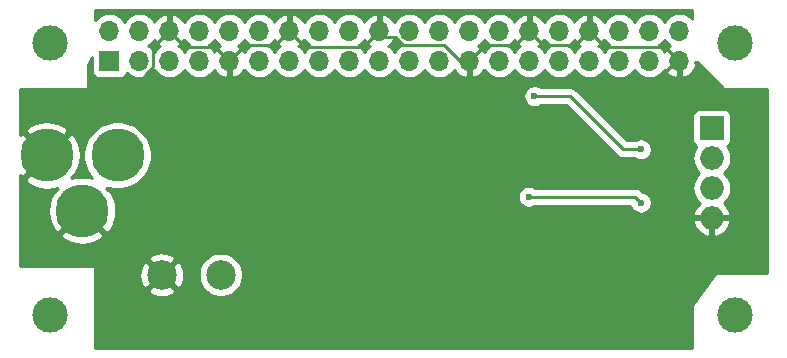
<source format=gbr>
G04 #@! TF.GenerationSoftware,KiCad,Pcbnew,(5.1.2)-2*
G04 #@! TF.CreationDate,2019-08-20T18:51:14-04:00*
G04 #@! TF.ProjectId,PiPixelv2,50695069-7865-46c7-9632-2e6b69636164,rev?*
G04 #@! TF.SameCoordinates,Original*
G04 #@! TF.FileFunction,Copper,L2,Bot*
G04 #@! TF.FilePolarity,Positive*
%FSLAX46Y46*%
G04 Gerber Fmt 4.6, Leading zero omitted, Abs format (unit mm)*
G04 Created by KiCad (PCBNEW (5.1.2)-2) date 2019-08-20 18:51:14*
%MOMM*%
%LPD*%
G04 APERTURE LIST*
%ADD10C,3.000000*%
%ADD11O,1.700000X1.700000*%
%ADD12R,1.700000X1.700000*%
%ADD13C,4.500000*%
%ADD14C,2.500000*%
%ADD15O,1.998980X1.998980*%
%ADD16R,1.998980X1.998980*%
%ADD17C,0.600000*%
%ADD18C,0.250000*%
%ADD19C,0.254000*%
G04 APERTURE END LIST*
D10*
X16000000Y-28000000D03*
X16000000Y-51000000D03*
X74000000Y-51000000D03*
X74000000Y-28000000D03*
D11*
X69260000Y-26960000D03*
X69260000Y-29500000D03*
X66720000Y-26960000D03*
X66720000Y-29500000D03*
X64180000Y-26960000D03*
X64180000Y-29500000D03*
X61640000Y-26960000D03*
X61640000Y-29500000D03*
X59100000Y-26960000D03*
X59100000Y-29500000D03*
X56560000Y-26960000D03*
X56560000Y-29500000D03*
X54020000Y-26960000D03*
X54020000Y-29500000D03*
X51480000Y-26960000D03*
X51480000Y-29500000D03*
X48940000Y-26960000D03*
X48940000Y-29500000D03*
X46400000Y-26960000D03*
X46400000Y-29500000D03*
X43860000Y-26960000D03*
X43860000Y-29500000D03*
X41320000Y-26960000D03*
X41320000Y-29500000D03*
X38780000Y-26960000D03*
X38780000Y-29500000D03*
X36240000Y-26960000D03*
X36240000Y-29500000D03*
X33700000Y-26960000D03*
X33700000Y-29500000D03*
X31160000Y-26960000D03*
X31160000Y-29500000D03*
X28620000Y-26960000D03*
X28620000Y-29500000D03*
X26080000Y-26960000D03*
X26080000Y-29500000D03*
X23540000Y-26960000D03*
X23540000Y-29500000D03*
X21000000Y-26960000D03*
D12*
X21000000Y-29500000D03*
D13*
X21700140Y-37500000D03*
X15700660Y-37500000D03*
X18700400Y-42199000D03*
D14*
X25440000Y-47625000D03*
X30440000Y-47625000D03*
D15*
X72000000Y-42810000D03*
D16*
X72000000Y-35190000D03*
D15*
X72000000Y-37730000D03*
X72000000Y-40270000D03*
D17*
X64500000Y-34000000D03*
X66000000Y-37000000D03*
X57000000Y-32500000D03*
X66000000Y-41500006D03*
X56500000Y-41000000D03*
D18*
X69000000Y-29500000D02*
X69260000Y-29500000D01*
X64500000Y-34000000D02*
X69000000Y-29500000D01*
X62489999Y-27809999D02*
X61640000Y-26960000D01*
X63004999Y-28324999D02*
X62489999Y-27809999D01*
X68084999Y-28324999D02*
X63004999Y-28324999D01*
X69260000Y-29500000D02*
X68084999Y-28324999D01*
X37089999Y-27809999D02*
X36240000Y-26960000D01*
X37604999Y-28324999D02*
X37089999Y-27809999D01*
X42495001Y-28324999D02*
X37604999Y-28324999D01*
X43860000Y-26960000D02*
X42495001Y-28324999D01*
X32009999Y-28650001D02*
X31160000Y-29500000D01*
X32524999Y-28135001D02*
X32009999Y-28650001D01*
X35064999Y-28135001D02*
X32524999Y-28135001D01*
X36240000Y-26960000D02*
X35064999Y-28135001D01*
X26929999Y-27809999D02*
X26080000Y-26960000D01*
X27444999Y-28324999D02*
X26929999Y-27809999D01*
X29984999Y-28324999D02*
X27444999Y-28324999D01*
X31160000Y-29500000D02*
X29984999Y-28324999D01*
X57409999Y-27809999D02*
X56560000Y-26960000D01*
X57735001Y-28135001D02*
X57409999Y-27809999D01*
X60464999Y-28135001D02*
X57735001Y-28135001D01*
X61640000Y-26960000D02*
X60464999Y-28135001D01*
X52329999Y-28650001D02*
X51480000Y-29500000D01*
X52844999Y-28135001D02*
X52329999Y-28650001D01*
X55384999Y-28135001D02*
X52844999Y-28135001D01*
X56560000Y-26960000D02*
X55384999Y-28135001D01*
X44400000Y-27500000D02*
X43860000Y-26960000D01*
X45200998Y-27500000D02*
X44400000Y-27500000D01*
X45835999Y-28135001D02*
X45200998Y-27500000D01*
X49314003Y-28135001D02*
X45835999Y-28135001D01*
X51480000Y-29500000D02*
X50679002Y-29500000D01*
X50679002Y-29500000D02*
X49314003Y-28135001D01*
X17950659Y-35250001D02*
X15700660Y-37500000D01*
X19529001Y-35250001D02*
X17950659Y-35250001D01*
X24715001Y-30064001D02*
X19529001Y-35250001D01*
X24715001Y-28324999D02*
X24715001Y-30064001D01*
X26080000Y-26960000D02*
X24715001Y-28324999D01*
X57424264Y-32500000D02*
X57000000Y-32500000D01*
X60000000Y-32500000D02*
X57424264Y-32500000D01*
X66000000Y-37000000D02*
X64500000Y-37000000D01*
X64500000Y-37000000D02*
X60000000Y-32500000D01*
X66000000Y-41500006D02*
X65499994Y-41000000D01*
X65499994Y-41000000D02*
X56924264Y-41000000D01*
X56924264Y-41000000D02*
X56500000Y-41000000D01*
D19*
G36*
X19511928Y-30350000D02*
G01*
X19524188Y-30474482D01*
X19560498Y-30594180D01*
X19619463Y-30704494D01*
X19698815Y-30801185D01*
X19795506Y-30880537D01*
X19905820Y-30939502D01*
X20025518Y-30975812D01*
X20150000Y-30988072D01*
X21850000Y-30988072D01*
X21974482Y-30975812D01*
X22094180Y-30939502D01*
X22204494Y-30880537D01*
X22301185Y-30801185D01*
X22380537Y-30704494D01*
X22439502Y-30594180D01*
X22460393Y-30525313D01*
X22484866Y-30555134D01*
X22710986Y-30740706D01*
X22968966Y-30878599D01*
X23248889Y-30963513D01*
X23467050Y-30985000D01*
X23612950Y-30985000D01*
X23831111Y-30963513D01*
X24111034Y-30878599D01*
X24369014Y-30740706D01*
X24595134Y-30555134D01*
X24780706Y-30329014D01*
X24810000Y-30274209D01*
X24839294Y-30329014D01*
X25024866Y-30555134D01*
X25250986Y-30740706D01*
X25508966Y-30878599D01*
X25788889Y-30963513D01*
X26007050Y-30985000D01*
X26152950Y-30985000D01*
X26371111Y-30963513D01*
X26651034Y-30878599D01*
X26909014Y-30740706D01*
X27135134Y-30555134D01*
X27320706Y-30329014D01*
X27350000Y-30274209D01*
X27379294Y-30329014D01*
X27564866Y-30555134D01*
X27790986Y-30740706D01*
X28048966Y-30878599D01*
X28328889Y-30963513D01*
X28547050Y-30985000D01*
X28692950Y-30985000D01*
X28911111Y-30963513D01*
X29191034Y-30878599D01*
X29449014Y-30740706D01*
X29675134Y-30555134D01*
X29860706Y-30329014D01*
X29895201Y-30264477D01*
X29964822Y-30381355D01*
X30159731Y-30597588D01*
X30393080Y-30771641D01*
X30655901Y-30896825D01*
X30803110Y-30941476D01*
X31033000Y-30820155D01*
X31033000Y-29627000D01*
X31013000Y-29627000D01*
X31013000Y-29373000D01*
X31033000Y-29373000D01*
X31033000Y-29353000D01*
X31287000Y-29353000D01*
X31287000Y-29373000D01*
X31307000Y-29373000D01*
X31307000Y-29627000D01*
X31287000Y-29627000D01*
X31287000Y-30820155D01*
X31516890Y-30941476D01*
X31664099Y-30896825D01*
X31926920Y-30771641D01*
X32160269Y-30597588D01*
X32355178Y-30381355D01*
X32424799Y-30264477D01*
X32459294Y-30329014D01*
X32644866Y-30555134D01*
X32870986Y-30740706D01*
X33128966Y-30878599D01*
X33408889Y-30963513D01*
X33627050Y-30985000D01*
X33772950Y-30985000D01*
X33991111Y-30963513D01*
X34271034Y-30878599D01*
X34529014Y-30740706D01*
X34755134Y-30555134D01*
X34940706Y-30329014D01*
X34970000Y-30274209D01*
X34999294Y-30329014D01*
X35184866Y-30555134D01*
X35410986Y-30740706D01*
X35668966Y-30878599D01*
X35948889Y-30963513D01*
X36167050Y-30985000D01*
X36312950Y-30985000D01*
X36531111Y-30963513D01*
X36811034Y-30878599D01*
X37069014Y-30740706D01*
X37295134Y-30555134D01*
X37480706Y-30329014D01*
X37510000Y-30274209D01*
X37539294Y-30329014D01*
X37724866Y-30555134D01*
X37950986Y-30740706D01*
X38208966Y-30878599D01*
X38488889Y-30963513D01*
X38707050Y-30985000D01*
X38852950Y-30985000D01*
X39071111Y-30963513D01*
X39351034Y-30878599D01*
X39609014Y-30740706D01*
X39835134Y-30555134D01*
X40020706Y-30329014D01*
X40050000Y-30274209D01*
X40079294Y-30329014D01*
X40264866Y-30555134D01*
X40490986Y-30740706D01*
X40748966Y-30878599D01*
X41028889Y-30963513D01*
X41247050Y-30985000D01*
X41392950Y-30985000D01*
X41611111Y-30963513D01*
X41891034Y-30878599D01*
X42149014Y-30740706D01*
X42375134Y-30555134D01*
X42560706Y-30329014D01*
X42590000Y-30274209D01*
X42619294Y-30329014D01*
X42804866Y-30555134D01*
X43030986Y-30740706D01*
X43288966Y-30878599D01*
X43568889Y-30963513D01*
X43787050Y-30985000D01*
X43932950Y-30985000D01*
X44151111Y-30963513D01*
X44431034Y-30878599D01*
X44689014Y-30740706D01*
X44915134Y-30555134D01*
X45100706Y-30329014D01*
X45130000Y-30274209D01*
X45159294Y-30329014D01*
X45344866Y-30555134D01*
X45570986Y-30740706D01*
X45828966Y-30878599D01*
X46108889Y-30963513D01*
X46327050Y-30985000D01*
X46472950Y-30985000D01*
X46691111Y-30963513D01*
X46971034Y-30878599D01*
X47229014Y-30740706D01*
X47455134Y-30555134D01*
X47640706Y-30329014D01*
X47670000Y-30274209D01*
X47699294Y-30329014D01*
X47884866Y-30555134D01*
X48110986Y-30740706D01*
X48368966Y-30878599D01*
X48648889Y-30963513D01*
X48867050Y-30985000D01*
X49012950Y-30985000D01*
X49231111Y-30963513D01*
X49511034Y-30878599D01*
X49769014Y-30740706D01*
X49995134Y-30555134D01*
X50180706Y-30329014D01*
X50215201Y-30264477D01*
X50284822Y-30381355D01*
X50479731Y-30597588D01*
X50713080Y-30771641D01*
X50975901Y-30896825D01*
X51123110Y-30941476D01*
X51353000Y-30820155D01*
X51353000Y-29627000D01*
X51333000Y-29627000D01*
X51333000Y-29373000D01*
X51353000Y-29373000D01*
X51353000Y-29353000D01*
X51607000Y-29353000D01*
X51607000Y-29373000D01*
X51627000Y-29373000D01*
X51627000Y-29627000D01*
X51607000Y-29627000D01*
X51607000Y-30820155D01*
X51836890Y-30941476D01*
X51984099Y-30896825D01*
X52246920Y-30771641D01*
X52480269Y-30597588D01*
X52675178Y-30381355D01*
X52744799Y-30264477D01*
X52779294Y-30329014D01*
X52964866Y-30555134D01*
X53190986Y-30740706D01*
X53448966Y-30878599D01*
X53728889Y-30963513D01*
X53947050Y-30985000D01*
X54092950Y-30985000D01*
X54311111Y-30963513D01*
X54591034Y-30878599D01*
X54849014Y-30740706D01*
X55075134Y-30555134D01*
X55260706Y-30329014D01*
X55290000Y-30274209D01*
X55319294Y-30329014D01*
X55504866Y-30555134D01*
X55730986Y-30740706D01*
X55988966Y-30878599D01*
X56268889Y-30963513D01*
X56487050Y-30985000D01*
X56632950Y-30985000D01*
X56851111Y-30963513D01*
X57131034Y-30878599D01*
X57389014Y-30740706D01*
X57615134Y-30555134D01*
X57800706Y-30329014D01*
X57830000Y-30274209D01*
X57859294Y-30329014D01*
X58044866Y-30555134D01*
X58270986Y-30740706D01*
X58528966Y-30878599D01*
X58808889Y-30963513D01*
X59027050Y-30985000D01*
X59172950Y-30985000D01*
X59391111Y-30963513D01*
X59671034Y-30878599D01*
X59929014Y-30740706D01*
X60155134Y-30555134D01*
X60340706Y-30329014D01*
X60370000Y-30274209D01*
X60399294Y-30329014D01*
X60584866Y-30555134D01*
X60810986Y-30740706D01*
X61068966Y-30878599D01*
X61348889Y-30963513D01*
X61567050Y-30985000D01*
X61712950Y-30985000D01*
X61931111Y-30963513D01*
X62211034Y-30878599D01*
X62469014Y-30740706D01*
X62695134Y-30555134D01*
X62880706Y-30329014D01*
X62910000Y-30274209D01*
X62939294Y-30329014D01*
X63124866Y-30555134D01*
X63350986Y-30740706D01*
X63608966Y-30878599D01*
X63888889Y-30963513D01*
X64107050Y-30985000D01*
X64252950Y-30985000D01*
X64471111Y-30963513D01*
X64751034Y-30878599D01*
X65009014Y-30740706D01*
X65235134Y-30555134D01*
X65420706Y-30329014D01*
X65450000Y-30274209D01*
X65479294Y-30329014D01*
X65664866Y-30555134D01*
X65890986Y-30740706D01*
X66148966Y-30878599D01*
X66428889Y-30963513D01*
X66647050Y-30985000D01*
X66792950Y-30985000D01*
X67011111Y-30963513D01*
X67291034Y-30878599D01*
X67549014Y-30740706D01*
X67775134Y-30555134D01*
X67960706Y-30329014D01*
X67995201Y-30264477D01*
X68064822Y-30381355D01*
X68259731Y-30597588D01*
X68493080Y-30771641D01*
X68755901Y-30896825D01*
X68903110Y-30941476D01*
X69133000Y-30820155D01*
X69133000Y-29627000D01*
X69113000Y-29627000D01*
X69113000Y-29373000D01*
X69133000Y-29373000D01*
X69133000Y-29353000D01*
X69387000Y-29353000D01*
X69387000Y-29373000D01*
X69407000Y-29373000D01*
X69407000Y-29627000D01*
X69387000Y-29627000D01*
X69387000Y-30820155D01*
X69616890Y-30941476D01*
X69764099Y-30896825D01*
X70026920Y-30771641D01*
X70260269Y-30597588D01*
X70455178Y-30381355D01*
X70604157Y-30131252D01*
X70701481Y-29856891D01*
X70580815Y-29627002D01*
X70722396Y-29627002D01*
X72935197Y-31839803D01*
X72954443Y-31855597D01*
X72976399Y-31867333D01*
X73000224Y-31874560D01*
X73025000Y-31877000D01*
X76708000Y-31877000D01*
X76708000Y-47498000D01*
X72390000Y-47498000D01*
X72365224Y-47500440D01*
X72341399Y-47507667D01*
X72319443Y-47519403D01*
X72300197Y-47535197D01*
X72288400Y-47548800D01*
X70383400Y-50088800D01*
X70370486Y-50110085D01*
X70361973Y-50133481D01*
X70358000Y-50165000D01*
X70358000Y-53815000D01*
X19812000Y-53815000D01*
X19812000Y-48938605D01*
X24306000Y-48938605D01*
X24431914Y-49228577D01*
X24764126Y-49394433D01*
X25122312Y-49492290D01*
X25492706Y-49518389D01*
X25861075Y-49471725D01*
X26213262Y-49354094D01*
X26448086Y-49228577D01*
X26574000Y-48938605D01*
X25440000Y-47804605D01*
X24306000Y-48938605D01*
X19812000Y-48938605D01*
X19812000Y-47677706D01*
X23546611Y-47677706D01*
X23593275Y-48046075D01*
X23710906Y-48398262D01*
X23836423Y-48633086D01*
X24126395Y-48759000D01*
X25260395Y-47625000D01*
X25619605Y-47625000D01*
X26753605Y-48759000D01*
X27043577Y-48633086D01*
X27209433Y-48300874D01*
X27307290Y-47942688D01*
X27333389Y-47572294D01*
X27316548Y-47439344D01*
X28555000Y-47439344D01*
X28555000Y-47810656D01*
X28627439Y-48174834D01*
X28769534Y-48517882D01*
X28975825Y-48826618D01*
X29238382Y-49089175D01*
X29547118Y-49295466D01*
X29890166Y-49437561D01*
X30254344Y-49510000D01*
X30625656Y-49510000D01*
X30989834Y-49437561D01*
X31332882Y-49295466D01*
X31641618Y-49089175D01*
X31904175Y-48826618D01*
X32110466Y-48517882D01*
X32252561Y-48174834D01*
X32325000Y-47810656D01*
X32325000Y-47439344D01*
X32252561Y-47075166D01*
X32110466Y-46732118D01*
X31904175Y-46423382D01*
X31641618Y-46160825D01*
X31332882Y-45954534D01*
X30989834Y-45812439D01*
X30625656Y-45740000D01*
X30254344Y-45740000D01*
X29890166Y-45812439D01*
X29547118Y-45954534D01*
X29238382Y-46160825D01*
X28975825Y-46423382D01*
X28769534Y-46732118D01*
X28627439Y-47075166D01*
X28555000Y-47439344D01*
X27316548Y-47439344D01*
X27286725Y-47203925D01*
X27169094Y-46851738D01*
X27043577Y-46616914D01*
X26753605Y-46491000D01*
X25619605Y-47625000D01*
X25260395Y-47625000D01*
X24126395Y-46491000D01*
X23836423Y-46616914D01*
X23670567Y-46949126D01*
X23572710Y-47307312D01*
X23546611Y-47677706D01*
X19812000Y-47677706D01*
X19812000Y-46990000D01*
X19809560Y-46965224D01*
X19802333Y-46941399D01*
X19790597Y-46919443D01*
X19774803Y-46900197D01*
X19755557Y-46884403D01*
X19733601Y-46872667D01*
X19709776Y-46865440D01*
X19685000Y-46863000D01*
X13462000Y-46863000D01*
X13462000Y-46311395D01*
X24306000Y-46311395D01*
X25440000Y-47445395D01*
X26574000Y-46311395D01*
X26448086Y-46021423D01*
X26115874Y-45855567D01*
X25757688Y-45757710D01*
X25387294Y-45731611D01*
X25018925Y-45778275D01*
X24666738Y-45895906D01*
X24431914Y-46021423D01*
X24306000Y-46311395D01*
X13462000Y-46311395D01*
X13462000Y-44224340D01*
X16854665Y-44224340D01*
X17100816Y-44616704D01*
X17603222Y-44882312D01*
X18147793Y-45044801D01*
X18713599Y-45097928D01*
X19278898Y-45039652D01*
X19821966Y-44872210D01*
X20299984Y-44616704D01*
X20546135Y-44224340D01*
X18700400Y-42378605D01*
X16854665Y-44224340D01*
X13462000Y-44224340D01*
X13462000Y-39525340D01*
X13854925Y-39525340D01*
X14101076Y-39917704D01*
X14603482Y-40183312D01*
X15148053Y-40345801D01*
X15713859Y-40398928D01*
X16279158Y-40340652D01*
X16572117Y-40250325D01*
X16675058Y-40353266D01*
X16282696Y-40599416D01*
X16017088Y-41101822D01*
X15854599Y-41646393D01*
X15801472Y-42212199D01*
X15859748Y-42777498D01*
X16027190Y-43320566D01*
X16282696Y-43798584D01*
X16675060Y-44044735D01*
X18520795Y-42199000D01*
X18506653Y-42184858D01*
X18686258Y-42005253D01*
X18700400Y-42019395D01*
X18714543Y-42005253D01*
X18894148Y-42184858D01*
X18880005Y-42199000D01*
X20725740Y-44044735D01*
X21118104Y-43798584D01*
X21383712Y-43296178D01*
X21415287Y-43190355D01*
X70410377Y-43190355D01*
X70515125Y-43493167D01*
X70676936Y-43769725D01*
X70889591Y-44009401D01*
X71144919Y-44202985D01*
X71433107Y-44343037D01*
X71619646Y-44399619D01*
X71873000Y-44280265D01*
X71873000Y-42937000D01*
X72127000Y-42937000D01*
X72127000Y-44280265D01*
X72380354Y-44399619D01*
X72566893Y-44343037D01*
X72855081Y-44202985D01*
X73110409Y-44009401D01*
X73323064Y-43769725D01*
X73484875Y-43493167D01*
X73589623Y-43190355D01*
X73470803Y-42937000D01*
X72127000Y-42937000D01*
X71873000Y-42937000D01*
X70529197Y-42937000D01*
X70410377Y-43190355D01*
X21415287Y-43190355D01*
X21546201Y-42751607D01*
X21599328Y-42185801D01*
X21541052Y-41620502D01*
X21373610Y-41077434D01*
X21282999Y-40907911D01*
X55565000Y-40907911D01*
X55565000Y-41092089D01*
X55600932Y-41272729D01*
X55671414Y-41442889D01*
X55773738Y-41596028D01*
X55903972Y-41726262D01*
X56057111Y-41828586D01*
X56227271Y-41899068D01*
X56407911Y-41935000D01*
X56592089Y-41935000D01*
X56772729Y-41899068D01*
X56942889Y-41828586D01*
X57045535Y-41760000D01*
X65098399Y-41760000D01*
X65100932Y-41772735D01*
X65171414Y-41942895D01*
X65273738Y-42096034D01*
X65403972Y-42226268D01*
X65557111Y-42328592D01*
X65727271Y-42399074D01*
X65907911Y-42435006D01*
X66092089Y-42435006D01*
X66272729Y-42399074D01*
X66442889Y-42328592D01*
X66596028Y-42226268D01*
X66726262Y-42096034D01*
X66828586Y-41942895D01*
X66899068Y-41772735D01*
X66935000Y-41592095D01*
X66935000Y-41407917D01*
X66899068Y-41227277D01*
X66828586Y-41057117D01*
X66726262Y-40903978D01*
X66596028Y-40773744D01*
X66442889Y-40671420D01*
X66272729Y-40600938D01*
X66151648Y-40576853D01*
X66063798Y-40489003D01*
X66039995Y-40459999D01*
X65924270Y-40365026D01*
X65792241Y-40294454D01*
X65648980Y-40250997D01*
X65537327Y-40240000D01*
X65537316Y-40240000D01*
X65499994Y-40236324D01*
X65462672Y-40240000D01*
X57045535Y-40240000D01*
X56942889Y-40171414D01*
X56772729Y-40100932D01*
X56592089Y-40065000D01*
X56407911Y-40065000D01*
X56227271Y-40100932D01*
X56057111Y-40171414D01*
X55903972Y-40273738D01*
X55773738Y-40403972D01*
X55671414Y-40557111D01*
X55600932Y-40727271D01*
X55565000Y-40907911D01*
X21282999Y-40907911D01*
X21118104Y-40599416D01*
X20725742Y-40353266D01*
X20820617Y-40258391D01*
X20858617Y-40274131D01*
X21415992Y-40385000D01*
X21984288Y-40385000D01*
X22541663Y-40274131D01*
X23066700Y-40056654D01*
X23539220Y-39740926D01*
X23941066Y-39339080D01*
X24256794Y-38866560D01*
X24474271Y-38341523D01*
X24585140Y-37784148D01*
X24585140Y-37215852D01*
X24474271Y-36658477D01*
X24256794Y-36133440D01*
X23941066Y-35660920D01*
X23539220Y-35259074D01*
X23066700Y-34943346D01*
X22541663Y-34725869D01*
X21984288Y-34615000D01*
X21415992Y-34615000D01*
X20858617Y-34725869D01*
X20333580Y-34943346D01*
X19861060Y-35259074D01*
X19459214Y-35660920D01*
X19143486Y-36133440D01*
X18926009Y-36658477D01*
X18815140Y-37215852D01*
X18815140Y-37784148D01*
X18926009Y-38341523D01*
X19143486Y-38866560D01*
X19459214Y-39339080D01*
X19567032Y-39446898D01*
X19253007Y-39353199D01*
X18687201Y-39300072D01*
X18121902Y-39358348D01*
X17828943Y-39448675D01*
X17726002Y-39345734D01*
X18118364Y-39099584D01*
X18383972Y-38597178D01*
X18546461Y-38052607D01*
X18599588Y-37486801D01*
X18541312Y-36921502D01*
X18373870Y-36378434D01*
X18118364Y-35900416D01*
X17726000Y-35654265D01*
X15880265Y-37500000D01*
X15894408Y-37514143D01*
X15714803Y-37693748D01*
X15700660Y-37679605D01*
X13854925Y-39525340D01*
X13462000Y-39525340D01*
X13462000Y-39211908D01*
X13675320Y-39345735D01*
X15521055Y-37500000D01*
X13675320Y-35654265D01*
X13462000Y-35788092D01*
X13462000Y-35474660D01*
X13854925Y-35474660D01*
X15700660Y-37320395D01*
X17546395Y-35474660D01*
X17300244Y-35082296D01*
X16797838Y-34816688D01*
X16253267Y-34654199D01*
X15687461Y-34601072D01*
X15122162Y-34659348D01*
X14579094Y-34826790D01*
X14101076Y-35082296D01*
X13854925Y-35474660D01*
X13462000Y-35474660D01*
X13462000Y-32407911D01*
X56065000Y-32407911D01*
X56065000Y-32592089D01*
X56100932Y-32772729D01*
X56171414Y-32942889D01*
X56273738Y-33096028D01*
X56403972Y-33226262D01*
X56557111Y-33328586D01*
X56727271Y-33399068D01*
X56907911Y-33435000D01*
X57092089Y-33435000D01*
X57272729Y-33399068D01*
X57442889Y-33328586D01*
X57545535Y-33260000D01*
X59685199Y-33260000D01*
X63936201Y-37511003D01*
X63959999Y-37540001D01*
X63988997Y-37563799D01*
X64075723Y-37634974D01*
X64207753Y-37705546D01*
X64351014Y-37749003D01*
X64462667Y-37760000D01*
X64462676Y-37760000D01*
X64499999Y-37763676D01*
X64537322Y-37760000D01*
X65454465Y-37760000D01*
X65557111Y-37828586D01*
X65727271Y-37899068D01*
X65907911Y-37935000D01*
X66092089Y-37935000D01*
X66272729Y-37899068D01*
X66442889Y-37828586D01*
X66590433Y-37730000D01*
X70357602Y-37730000D01*
X70389160Y-38050416D01*
X70482622Y-38358519D01*
X70634396Y-38642467D01*
X70838649Y-38891351D01*
X70971039Y-39000000D01*
X70838649Y-39108649D01*
X70634396Y-39357533D01*
X70482622Y-39641481D01*
X70389160Y-39949584D01*
X70357602Y-40270000D01*
X70389160Y-40590416D01*
X70482622Y-40898519D01*
X70634396Y-41182467D01*
X70838649Y-41431351D01*
X70976642Y-41544599D01*
X70889591Y-41610599D01*
X70676936Y-41850275D01*
X70515125Y-42126833D01*
X70410377Y-42429645D01*
X70529197Y-42683000D01*
X71873000Y-42683000D01*
X71873000Y-42663000D01*
X72127000Y-42663000D01*
X72127000Y-42683000D01*
X73470803Y-42683000D01*
X73589623Y-42429645D01*
X73484875Y-42126833D01*
X73323064Y-41850275D01*
X73110409Y-41610599D01*
X73023358Y-41544599D01*
X73161351Y-41431351D01*
X73365604Y-41182467D01*
X73517378Y-40898519D01*
X73610840Y-40590416D01*
X73642398Y-40270000D01*
X73610840Y-39949584D01*
X73517378Y-39641481D01*
X73365604Y-39357533D01*
X73161351Y-39108649D01*
X73028961Y-39000000D01*
X73161351Y-38891351D01*
X73365604Y-38642467D01*
X73517378Y-38358519D01*
X73610840Y-38050416D01*
X73642398Y-37730000D01*
X73610840Y-37409584D01*
X73517378Y-37101481D01*
X73365604Y-36817533D01*
X73306439Y-36745440D01*
X73353984Y-36720027D01*
X73450675Y-36640675D01*
X73530027Y-36543984D01*
X73588992Y-36433670D01*
X73625302Y-36313972D01*
X73637562Y-36189490D01*
X73637562Y-34190510D01*
X73625302Y-34066028D01*
X73588992Y-33946330D01*
X73530027Y-33836016D01*
X73450675Y-33739325D01*
X73353984Y-33659973D01*
X73243670Y-33601008D01*
X73123972Y-33564698D01*
X72999490Y-33552438D01*
X71000510Y-33552438D01*
X70876028Y-33564698D01*
X70756330Y-33601008D01*
X70646016Y-33659973D01*
X70549325Y-33739325D01*
X70469973Y-33836016D01*
X70411008Y-33946330D01*
X70374698Y-34066028D01*
X70362438Y-34190510D01*
X70362438Y-36189490D01*
X70374698Y-36313972D01*
X70411008Y-36433670D01*
X70469973Y-36543984D01*
X70549325Y-36640675D01*
X70646016Y-36720027D01*
X70693561Y-36745440D01*
X70634396Y-36817533D01*
X70482622Y-37101481D01*
X70389160Y-37409584D01*
X70357602Y-37730000D01*
X66590433Y-37730000D01*
X66596028Y-37726262D01*
X66726262Y-37596028D01*
X66828586Y-37442889D01*
X66899068Y-37272729D01*
X66935000Y-37092089D01*
X66935000Y-36907911D01*
X66899068Y-36727271D01*
X66828586Y-36557111D01*
X66726262Y-36403972D01*
X66596028Y-36273738D01*
X66442889Y-36171414D01*
X66272729Y-36100932D01*
X66092089Y-36065000D01*
X65907911Y-36065000D01*
X65727271Y-36100932D01*
X65557111Y-36171414D01*
X65454465Y-36240000D01*
X64814802Y-36240000D01*
X60563804Y-31989003D01*
X60540001Y-31959999D01*
X60424276Y-31865026D01*
X60292247Y-31794454D01*
X60148986Y-31750997D01*
X60037333Y-31740000D01*
X60037322Y-31740000D01*
X60000000Y-31736324D01*
X59962678Y-31740000D01*
X57545535Y-31740000D01*
X57442889Y-31671414D01*
X57272729Y-31600932D01*
X57092089Y-31565000D01*
X56907911Y-31565000D01*
X56727271Y-31600932D01*
X56557111Y-31671414D01*
X56403972Y-31773738D01*
X56273738Y-31903972D01*
X56171414Y-32057111D01*
X56100932Y-32227271D01*
X56065000Y-32407911D01*
X13462000Y-32407911D01*
X13462000Y-31877000D01*
X19050000Y-31877000D01*
X19074776Y-31874560D01*
X19098601Y-31867333D01*
X19120557Y-31855597D01*
X19139803Y-31839803D01*
X19155597Y-31820557D01*
X19167333Y-31798601D01*
X19174560Y-31774776D01*
X19177000Y-31750000D01*
X19177000Y-29874980D01*
X19511928Y-29205124D01*
X19511928Y-30350000D01*
X19511928Y-30350000D01*
G37*
X19511928Y-30350000D02*
X19524188Y-30474482D01*
X19560498Y-30594180D01*
X19619463Y-30704494D01*
X19698815Y-30801185D01*
X19795506Y-30880537D01*
X19905820Y-30939502D01*
X20025518Y-30975812D01*
X20150000Y-30988072D01*
X21850000Y-30988072D01*
X21974482Y-30975812D01*
X22094180Y-30939502D01*
X22204494Y-30880537D01*
X22301185Y-30801185D01*
X22380537Y-30704494D01*
X22439502Y-30594180D01*
X22460393Y-30525313D01*
X22484866Y-30555134D01*
X22710986Y-30740706D01*
X22968966Y-30878599D01*
X23248889Y-30963513D01*
X23467050Y-30985000D01*
X23612950Y-30985000D01*
X23831111Y-30963513D01*
X24111034Y-30878599D01*
X24369014Y-30740706D01*
X24595134Y-30555134D01*
X24780706Y-30329014D01*
X24810000Y-30274209D01*
X24839294Y-30329014D01*
X25024866Y-30555134D01*
X25250986Y-30740706D01*
X25508966Y-30878599D01*
X25788889Y-30963513D01*
X26007050Y-30985000D01*
X26152950Y-30985000D01*
X26371111Y-30963513D01*
X26651034Y-30878599D01*
X26909014Y-30740706D01*
X27135134Y-30555134D01*
X27320706Y-30329014D01*
X27350000Y-30274209D01*
X27379294Y-30329014D01*
X27564866Y-30555134D01*
X27790986Y-30740706D01*
X28048966Y-30878599D01*
X28328889Y-30963513D01*
X28547050Y-30985000D01*
X28692950Y-30985000D01*
X28911111Y-30963513D01*
X29191034Y-30878599D01*
X29449014Y-30740706D01*
X29675134Y-30555134D01*
X29860706Y-30329014D01*
X29895201Y-30264477D01*
X29964822Y-30381355D01*
X30159731Y-30597588D01*
X30393080Y-30771641D01*
X30655901Y-30896825D01*
X30803110Y-30941476D01*
X31033000Y-30820155D01*
X31033000Y-29627000D01*
X31013000Y-29627000D01*
X31013000Y-29373000D01*
X31033000Y-29373000D01*
X31033000Y-29353000D01*
X31287000Y-29353000D01*
X31287000Y-29373000D01*
X31307000Y-29373000D01*
X31307000Y-29627000D01*
X31287000Y-29627000D01*
X31287000Y-30820155D01*
X31516890Y-30941476D01*
X31664099Y-30896825D01*
X31926920Y-30771641D01*
X32160269Y-30597588D01*
X32355178Y-30381355D01*
X32424799Y-30264477D01*
X32459294Y-30329014D01*
X32644866Y-30555134D01*
X32870986Y-30740706D01*
X33128966Y-30878599D01*
X33408889Y-30963513D01*
X33627050Y-30985000D01*
X33772950Y-30985000D01*
X33991111Y-30963513D01*
X34271034Y-30878599D01*
X34529014Y-30740706D01*
X34755134Y-30555134D01*
X34940706Y-30329014D01*
X34970000Y-30274209D01*
X34999294Y-30329014D01*
X35184866Y-30555134D01*
X35410986Y-30740706D01*
X35668966Y-30878599D01*
X35948889Y-30963513D01*
X36167050Y-30985000D01*
X36312950Y-30985000D01*
X36531111Y-30963513D01*
X36811034Y-30878599D01*
X37069014Y-30740706D01*
X37295134Y-30555134D01*
X37480706Y-30329014D01*
X37510000Y-30274209D01*
X37539294Y-30329014D01*
X37724866Y-30555134D01*
X37950986Y-30740706D01*
X38208966Y-30878599D01*
X38488889Y-30963513D01*
X38707050Y-30985000D01*
X38852950Y-30985000D01*
X39071111Y-30963513D01*
X39351034Y-30878599D01*
X39609014Y-30740706D01*
X39835134Y-30555134D01*
X40020706Y-30329014D01*
X40050000Y-30274209D01*
X40079294Y-30329014D01*
X40264866Y-30555134D01*
X40490986Y-30740706D01*
X40748966Y-30878599D01*
X41028889Y-30963513D01*
X41247050Y-30985000D01*
X41392950Y-30985000D01*
X41611111Y-30963513D01*
X41891034Y-30878599D01*
X42149014Y-30740706D01*
X42375134Y-30555134D01*
X42560706Y-30329014D01*
X42590000Y-30274209D01*
X42619294Y-30329014D01*
X42804866Y-30555134D01*
X43030986Y-30740706D01*
X43288966Y-30878599D01*
X43568889Y-30963513D01*
X43787050Y-30985000D01*
X43932950Y-30985000D01*
X44151111Y-30963513D01*
X44431034Y-30878599D01*
X44689014Y-30740706D01*
X44915134Y-30555134D01*
X45100706Y-30329014D01*
X45130000Y-30274209D01*
X45159294Y-30329014D01*
X45344866Y-30555134D01*
X45570986Y-30740706D01*
X45828966Y-30878599D01*
X46108889Y-30963513D01*
X46327050Y-30985000D01*
X46472950Y-30985000D01*
X46691111Y-30963513D01*
X46971034Y-30878599D01*
X47229014Y-30740706D01*
X47455134Y-30555134D01*
X47640706Y-30329014D01*
X47670000Y-30274209D01*
X47699294Y-30329014D01*
X47884866Y-30555134D01*
X48110986Y-30740706D01*
X48368966Y-30878599D01*
X48648889Y-30963513D01*
X48867050Y-30985000D01*
X49012950Y-30985000D01*
X49231111Y-30963513D01*
X49511034Y-30878599D01*
X49769014Y-30740706D01*
X49995134Y-30555134D01*
X50180706Y-30329014D01*
X50215201Y-30264477D01*
X50284822Y-30381355D01*
X50479731Y-30597588D01*
X50713080Y-30771641D01*
X50975901Y-30896825D01*
X51123110Y-30941476D01*
X51353000Y-30820155D01*
X51353000Y-29627000D01*
X51333000Y-29627000D01*
X51333000Y-29373000D01*
X51353000Y-29373000D01*
X51353000Y-29353000D01*
X51607000Y-29353000D01*
X51607000Y-29373000D01*
X51627000Y-29373000D01*
X51627000Y-29627000D01*
X51607000Y-29627000D01*
X51607000Y-30820155D01*
X51836890Y-30941476D01*
X51984099Y-30896825D01*
X52246920Y-30771641D01*
X52480269Y-30597588D01*
X52675178Y-30381355D01*
X52744799Y-30264477D01*
X52779294Y-30329014D01*
X52964866Y-30555134D01*
X53190986Y-30740706D01*
X53448966Y-30878599D01*
X53728889Y-30963513D01*
X53947050Y-30985000D01*
X54092950Y-30985000D01*
X54311111Y-30963513D01*
X54591034Y-30878599D01*
X54849014Y-30740706D01*
X55075134Y-30555134D01*
X55260706Y-30329014D01*
X55290000Y-30274209D01*
X55319294Y-30329014D01*
X55504866Y-30555134D01*
X55730986Y-30740706D01*
X55988966Y-30878599D01*
X56268889Y-30963513D01*
X56487050Y-30985000D01*
X56632950Y-30985000D01*
X56851111Y-30963513D01*
X57131034Y-30878599D01*
X57389014Y-30740706D01*
X57615134Y-30555134D01*
X57800706Y-30329014D01*
X57830000Y-30274209D01*
X57859294Y-30329014D01*
X58044866Y-30555134D01*
X58270986Y-30740706D01*
X58528966Y-30878599D01*
X58808889Y-30963513D01*
X59027050Y-30985000D01*
X59172950Y-30985000D01*
X59391111Y-30963513D01*
X59671034Y-30878599D01*
X59929014Y-30740706D01*
X60155134Y-30555134D01*
X60340706Y-30329014D01*
X60370000Y-30274209D01*
X60399294Y-30329014D01*
X60584866Y-30555134D01*
X60810986Y-30740706D01*
X61068966Y-30878599D01*
X61348889Y-30963513D01*
X61567050Y-30985000D01*
X61712950Y-30985000D01*
X61931111Y-30963513D01*
X62211034Y-30878599D01*
X62469014Y-30740706D01*
X62695134Y-30555134D01*
X62880706Y-30329014D01*
X62910000Y-30274209D01*
X62939294Y-30329014D01*
X63124866Y-30555134D01*
X63350986Y-30740706D01*
X63608966Y-30878599D01*
X63888889Y-30963513D01*
X64107050Y-30985000D01*
X64252950Y-30985000D01*
X64471111Y-30963513D01*
X64751034Y-30878599D01*
X65009014Y-30740706D01*
X65235134Y-30555134D01*
X65420706Y-30329014D01*
X65450000Y-30274209D01*
X65479294Y-30329014D01*
X65664866Y-30555134D01*
X65890986Y-30740706D01*
X66148966Y-30878599D01*
X66428889Y-30963513D01*
X66647050Y-30985000D01*
X66792950Y-30985000D01*
X67011111Y-30963513D01*
X67291034Y-30878599D01*
X67549014Y-30740706D01*
X67775134Y-30555134D01*
X67960706Y-30329014D01*
X67995201Y-30264477D01*
X68064822Y-30381355D01*
X68259731Y-30597588D01*
X68493080Y-30771641D01*
X68755901Y-30896825D01*
X68903110Y-30941476D01*
X69133000Y-30820155D01*
X69133000Y-29627000D01*
X69113000Y-29627000D01*
X69113000Y-29373000D01*
X69133000Y-29373000D01*
X69133000Y-29353000D01*
X69387000Y-29353000D01*
X69387000Y-29373000D01*
X69407000Y-29373000D01*
X69407000Y-29627000D01*
X69387000Y-29627000D01*
X69387000Y-30820155D01*
X69616890Y-30941476D01*
X69764099Y-30896825D01*
X70026920Y-30771641D01*
X70260269Y-30597588D01*
X70455178Y-30381355D01*
X70604157Y-30131252D01*
X70701481Y-29856891D01*
X70580815Y-29627002D01*
X70722396Y-29627002D01*
X72935197Y-31839803D01*
X72954443Y-31855597D01*
X72976399Y-31867333D01*
X73000224Y-31874560D01*
X73025000Y-31877000D01*
X76708000Y-31877000D01*
X76708000Y-47498000D01*
X72390000Y-47498000D01*
X72365224Y-47500440D01*
X72341399Y-47507667D01*
X72319443Y-47519403D01*
X72300197Y-47535197D01*
X72288400Y-47548800D01*
X70383400Y-50088800D01*
X70370486Y-50110085D01*
X70361973Y-50133481D01*
X70358000Y-50165000D01*
X70358000Y-53815000D01*
X19812000Y-53815000D01*
X19812000Y-48938605D01*
X24306000Y-48938605D01*
X24431914Y-49228577D01*
X24764126Y-49394433D01*
X25122312Y-49492290D01*
X25492706Y-49518389D01*
X25861075Y-49471725D01*
X26213262Y-49354094D01*
X26448086Y-49228577D01*
X26574000Y-48938605D01*
X25440000Y-47804605D01*
X24306000Y-48938605D01*
X19812000Y-48938605D01*
X19812000Y-47677706D01*
X23546611Y-47677706D01*
X23593275Y-48046075D01*
X23710906Y-48398262D01*
X23836423Y-48633086D01*
X24126395Y-48759000D01*
X25260395Y-47625000D01*
X25619605Y-47625000D01*
X26753605Y-48759000D01*
X27043577Y-48633086D01*
X27209433Y-48300874D01*
X27307290Y-47942688D01*
X27333389Y-47572294D01*
X27316548Y-47439344D01*
X28555000Y-47439344D01*
X28555000Y-47810656D01*
X28627439Y-48174834D01*
X28769534Y-48517882D01*
X28975825Y-48826618D01*
X29238382Y-49089175D01*
X29547118Y-49295466D01*
X29890166Y-49437561D01*
X30254344Y-49510000D01*
X30625656Y-49510000D01*
X30989834Y-49437561D01*
X31332882Y-49295466D01*
X31641618Y-49089175D01*
X31904175Y-48826618D01*
X32110466Y-48517882D01*
X32252561Y-48174834D01*
X32325000Y-47810656D01*
X32325000Y-47439344D01*
X32252561Y-47075166D01*
X32110466Y-46732118D01*
X31904175Y-46423382D01*
X31641618Y-46160825D01*
X31332882Y-45954534D01*
X30989834Y-45812439D01*
X30625656Y-45740000D01*
X30254344Y-45740000D01*
X29890166Y-45812439D01*
X29547118Y-45954534D01*
X29238382Y-46160825D01*
X28975825Y-46423382D01*
X28769534Y-46732118D01*
X28627439Y-47075166D01*
X28555000Y-47439344D01*
X27316548Y-47439344D01*
X27286725Y-47203925D01*
X27169094Y-46851738D01*
X27043577Y-46616914D01*
X26753605Y-46491000D01*
X25619605Y-47625000D01*
X25260395Y-47625000D01*
X24126395Y-46491000D01*
X23836423Y-46616914D01*
X23670567Y-46949126D01*
X23572710Y-47307312D01*
X23546611Y-47677706D01*
X19812000Y-47677706D01*
X19812000Y-46990000D01*
X19809560Y-46965224D01*
X19802333Y-46941399D01*
X19790597Y-46919443D01*
X19774803Y-46900197D01*
X19755557Y-46884403D01*
X19733601Y-46872667D01*
X19709776Y-46865440D01*
X19685000Y-46863000D01*
X13462000Y-46863000D01*
X13462000Y-46311395D01*
X24306000Y-46311395D01*
X25440000Y-47445395D01*
X26574000Y-46311395D01*
X26448086Y-46021423D01*
X26115874Y-45855567D01*
X25757688Y-45757710D01*
X25387294Y-45731611D01*
X25018925Y-45778275D01*
X24666738Y-45895906D01*
X24431914Y-46021423D01*
X24306000Y-46311395D01*
X13462000Y-46311395D01*
X13462000Y-44224340D01*
X16854665Y-44224340D01*
X17100816Y-44616704D01*
X17603222Y-44882312D01*
X18147793Y-45044801D01*
X18713599Y-45097928D01*
X19278898Y-45039652D01*
X19821966Y-44872210D01*
X20299984Y-44616704D01*
X20546135Y-44224340D01*
X18700400Y-42378605D01*
X16854665Y-44224340D01*
X13462000Y-44224340D01*
X13462000Y-39525340D01*
X13854925Y-39525340D01*
X14101076Y-39917704D01*
X14603482Y-40183312D01*
X15148053Y-40345801D01*
X15713859Y-40398928D01*
X16279158Y-40340652D01*
X16572117Y-40250325D01*
X16675058Y-40353266D01*
X16282696Y-40599416D01*
X16017088Y-41101822D01*
X15854599Y-41646393D01*
X15801472Y-42212199D01*
X15859748Y-42777498D01*
X16027190Y-43320566D01*
X16282696Y-43798584D01*
X16675060Y-44044735D01*
X18520795Y-42199000D01*
X18506653Y-42184858D01*
X18686258Y-42005253D01*
X18700400Y-42019395D01*
X18714543Y-42005253D01*
X18894148Y-42184858D01*
X18880005Y-42199000D01*
X20725740Y-44044735D01*
X21118104Y-43798584D01*
X21383712Y-43296178D01*
X21415287Y-43190355D01*
X70410377Y-43190355D01*
X70515125Y-43493167D01*
X70676936Y-43769725D01*
X70889591Y-44009401D01*
X71144919Y-44202985D01*
X71433107Y-44343037D01*
X71619646Y-44399619D01*
X71873000Y-44280265D01*
X71873000Y-42937000D01*
X72127000Y-42937000D01*
X72127000Y-44280265D01*
X72380354Y-44399619D01*
X72566893Y-44343037D01*
X72855081Y-44202985D01*
X73110409Y-44009401D01*
X73323064Y-43769725D01*
X73484875Y-43493167D01*
X73589623Y-43190355D01*
X73470803Y-42937000D01*
X72127000Y-42937000D01*
X71873000Y-42937000D01*
X70529197Y-42937000D01*
X70410377Y-43190355D01*
X21415287Y-43190355D01*
X21546201Y-42751607D01*
X21599328Y-42185801D01*
X21541052Y-41620502D01*
X21373610Y-41077434D01*
X21282999Y-40907911D01*
X55565000Y-40907911D01*
X55565000Y-41092089D01*
X55600932Y-41272729D01*
X55671414Y-41442889D01*
X55773738Y-41596028D01*
X55903972Y-41726262D01*
X56057111Y-41828586D01*
X56227271Y-41899068D01*
X56407911Y-41935000D01*
X56592089Y-41935000D01*
X56772729Y-41899068D01*
X56942889Y-41828586D01*
X57045535Y-41760000D01*
X65098399Y-41760000D01*
X65100932Y-41772735D01*
X65171414Y-41942895D01*
X65273738Y-42096034D01*
X65403972Y-42226268D01*
X65557111Y-42328592D01*
X65727271Y-42399074D01*
X65907911Y-42435006D01*
X66092089Y-42435006D01*
X66272729Y-42399074D01*
X66442889Y-42328592D01*
X66596028Y-42226268D01*
X66726262Y-42096034D01*
X66828586Y-41942895D01*
X66899068Y-41772735D01*
X66935000Y-41592095D01*
X66935000Y-41407917D01*
X66899068Y-41227277D01*
X66828586Y-41057117D01*
X66726262Y-40903978D01*
X66596028Y-40773744D01*
X66442889Y-40671420D01*
X66272729Y-40600938D01*
X66151648Y-40576853D01*
X66063798Y-40489003D01*
X66039995Y-40459999D01*
X65924270Y-40365026D01*
X65792241Y-40294454D01*
X65648980Y-40250997D01*
X65537327Y-40240000D01*
X65537316Y-40240000D01*
X65499994Y-40236324D01*
X65462672Y-40240000D01*
X57045535Y-40240000D01*
X56942889Y-40171414D01*
X56772729Y-40100932D01*
X56592089Y-40065000D01*
X56407911Y-40065000D01*
X56227271Y-40100932D01*
X56057111Y-40171414D01*
X55903972Y-40273738D01*
X55773738Y-40403972D01*
X55671414Y-40557111D01*
X55600932Y-40727271D01*
X55565000Y-40907911D01*
X21282999Y-40907911D01*
X21118104Y-40599416D01*
X20725742Y-40353266D01*
X20820617Y-40258391D01*
X20858617Y-40274131D01*
X21415992Y-40385000D01*
X21984288Y-40385000D01*
X22541663Y-40274131D01*
X23066700Y-40056654D01*
X23539220Y-39740926D01*
X23941066Y-39339080D01*
X24256794Y-38866560D01*
X24474271Y-38341523D01*
X24585140Y-37784148D01*
X24585140Y-37215852D01*
X24474271Y-36658477D01*
X24256794Y-36133440D01*
X23941066Y-35660920D01*
X23539220Y-35259074D01*
X23066700Y-34943346D01*
X22541663Y-34725869D01*
X21984288Y-34615000D01*
X21415992Y-34615000D01*
X20858617Y-34725869D01*
X20333580Y-34943346D01*
X19861060Y-35259074D01*
X19459214Y-35660920D01*
X19143486Y-36133440D01*
X18926009Y-36658477D01*
X18815140Y-37215852D01*
X18815140Y-37784148D01*
X18926009Y-38341523D01*
X19143486Y-38866560D01*
X19459214Y-39339080D01*
X19567032Y-39446898D01*
X19253007Y-39353199D01*
X18687201Y-39300072D01*
X18121902Y-39358348D01*
X17828943Y-39448675D01*
X17726002Y-39345734D01*
X18118364Y-39099584D01*
X18383972Y-38597178D01*
X18546461Y-38052607D01*
X18599588Y-37486801D01*
X18541312Y-36921502D01*
X18373870Y-36378434D01*
X18118364Y-35900416D01*
X17726000Y-35654265D01*
X15880265Y-37500000D01*
X15894408Y-37514143D01*
X15714803Y-37693748D01*
X15700660Y-37679605D01*
X13854925Y-39525340D01*
X13462000Y-39525340D01*
X13462000Y-39211908D01*
X13675320Y-39345735D01*
X15521055Y-37500000D01*
X13675320Y-35654265D01*
X13462000Y-35788092D01*
X13462000Y-35474660D01*
X13854925Y-35474660D01*
X15700660Y-37320395D01*
X17546395Y-35474660D01*
X17300244Y-35082296D01*
X16797838Y-34816688D01*
X16253267Y-34654199D01*
X15687461Y-34601072D01*
X15122162Y-34659348D01*
X14579094Y-34826790D01*
X14101076Y-35082296D01*
X13854925Y-35474660D01*
X13462000Y-35474660D01*
X13462000Y-32407911D01*
X56065000Y-32407911D01*
X56065000Y-32592089D01*
X56100932Y-32772729D01*
X56171414Y-32942889D01*
X56273738Y-33096028D01*
X56403972Y-33226262D01*
X56557111Y-33328586D01*
X56727271Y-33399068D01*
X56907911Y-33435000D01*
X57092089Y-33435000D01*
X57272729Y-33399068D01*
X57442889Y-33328586D01*
X57545535Y-33260000D01*
X59685199Y-33260000D01*
X63936201Y-37511003D01*
X63959999Y-37540001D01*
X63988997Y-37563799D01*
X64075723Y-37634974D01*
X64207753Y-37705546D01*
X64351014Y-37749003D01*
X64462667Y-37760000D01*
X64462676Y-37760000D01*
X64499999Y-37763676D01*
X64537322Y-37760000D01*
X65454465Y-37760000D01*
X65557111Y-37828586D01*
X65727271Y-37899068D01*
X65907911Y-37935000D01*
X66092089Y-37935000D01*
X66272729Y-37899068D01*
X66442889Y-37828586D01*
X66590433Y-37730000D01*
X70357602Y-37730000D01*
X70389160Y-38050416D01*
X70482622Y-38358519D01*
X70634396Y-38642467D01*
X70838649Y-38891351D01*
X70971039Y-39000000D01*
X70838649Y-39108649D01*
X70634396Y-39357533D01*
X70482622Y-39641481D01*
X70389160Y-39949584D01*
X70357602Y-40270000D01*
X70389160Y-40590416D01*
X70482622Y-40898519D01*
X70634396Y-41182467D01*
X70838649Y-41431351D01*
X70976642Y-41544599D01*
X70889591Y-41610599D01*
X70676936Y-41850275D01*
X70515125Y-42126833D01*
X70410377Y-42429645D01*
X70529197Y-42683000D01*
X71873000Y-42683000D01*
X71873000Y-42663000D01*
X72127000Y-42663000D01*
X72127000Y-42683000D01*
X73470803Y-42683000D01*
X73589623Y-42429645D01*
X73484875Y-42126833D01*
X73323064Y-41850275D01*
X73110409Y-41610599D01*
X73023358Y-41544599D01*
X73161351Y-41431351D01*
X73365604Y-41182467D01*
X73517378Y-40898519D01*
X73610840Y-40590416D01*
X73642398Y-40270000D01*
X73610840Y-39949584D01*
X73517378Y-39641481D01*
X73365604Y-39357533D01*
X73161351Y-39108649D01*
X73028961Y-39000000D01*
X73161351Y-38891351D01*
X73365604Y-38642467D01*
X73517378Y-38358519D01*
X73610840Y-38050416D01*
X73642398Y-37730000D01*
X73610840Y-37409584D01*
X73517378Y-37101481D01*
X73365604Y-36817533D01*
X73306439Y-36745440D01*
X73353984Y-36720027D01*
X73450675Y-36640675D01*
X73530027Y-36543984D01*
X73588992Y-36433670D01*
X73625302Y-36313972D01*
X73637562Y-36189490D01*
X73637562Y-34190510D01*
X73625302Y-34066028D01*
X73588992Y-33946330D01*
X73530027Y-33836016D01*
X73450675Y-33739325D01*
X73353984Y-33659973D01*
X73243670Y-33601008D01*
X73123972Y-33564698D01*
X72999490Y-33552438D01*
X71000510Y-33552438D01*
X70876028Y-33564698D01*
X70756330Y-33601008D01*
X70646016Y-33659973D01*
X70549325Y-33739325D01*
X70469973Y-33836016D01*
X70411008Y-33946330D01*
X70374698Y-34066028D01*
X70362438Y-34190510D01*
X70362438Y-36189490D01*
X70374698Y-36313972D01*
X70411008Y-36433670D01*
X70469973Y-36543984D01*
X70549325Y-36640675D01*
X70646016Y-36720027D01*
X70693561Y-36745440D01*
X70634396Y-36817533D01*
X70482622Y-37101481D01*
X70389160Y-37409584D01*
X70357602Y-37730000D01*
X66590433Y-37730000D01*
X66596028Y-37726262D01*
X66726262Y-37596028D01*
X66828586Y-37442889D01*
X66899068Y-37272729D01*
X66935000Y-37092089D01*
X66935000Y-36907911D01*
X66899068Y-36727271D01*
X66828586Y-36557111D01*
X66726262Y-36403972D01*
X66596028Y-36273738D01*
X66442889Y-36171414D01*
X66272729Y-36100932D01*
X66092089Y-36065000D01*
X65907911Y-36065000D01*
X65727271Y-36100932D01*
X65557111Y-36171414D01*
X65454465Y-36240000D01*
X64814802Y-36240000D01*
X60563804Y-31989003D01*
X60540001Y-31959999D01*
X60424276Y-31865026D01*
X60292247Y-31794454D01*
X60148986Y-31750997D01*
X60037333Y-31740000D01*
X60037322Y-31740000D01*
X60000000Y-31736324D01*
X59962678Y-31740000D01*
X57545535Y-31740000D01*
X57442889Y-31671414D01*
X57272729Y-31600932D01*
X57092089Y-31565000D01*
X56907911Y-31565000D01*
X56727271Y-31600932D01*
X56557111Y-31671414D01*
X56403972Y-31773738D01*
X56273738Y-31903972D01*
X56171414Y-32057111D01*
X56100932Y-32227271D01*
X56065000Y-32407911D01*
X13462000Y-32407911D01*
X13462000Y-31877000D01*
X19050000Y-31877000D01*
X19074776Y-31874560D01*
X19098601Y-31867333D01*
X19120557Y-31855597D01*
X19139803Y-31839803D01*
X19155597Y-31820557D01*
X19167333Y-31798601D01*
X19174560Y-31774776D01*
X19177000Y-31750000D01*
X19177000Y-29874980D01*
X19511928Y-29205124D01*
X19511928Y-30350000D01*
G36*
X52779294Y-27789014D02*
G01*
X52964866Y-28015134D01*
X53190986Y-28200706D01*
X53245791Y-28230000D01*
X53190986Y-28259294D01*
X52964866Y-28444866D01*
X52779294Y-28670986D01*
X52744799Y-28735523D01*
X52675178Y-28618645D01*
X52480269Y-28402412D01*
X52251244Y-28231584D01*
X52309014Y-28200706D01*
X52535134Y-28015134D01*
X52720706Y-27789014D01*
X52750000Y-27734209D01*
X52779294Y-27789014D01*
X52779294Y-27789014D01*
G37*
X52779294Y-27789014D02*
X52964866Y-28015134D01*
X53190986Y-28200706D01*
X53245791Y-28230000D01*
X53190986Y-28259294D01*
X52964866Y-28444866D01*
X52779294Y-28670986D01*
X52744799Y-28735523D01*
X52675178Y-28618645D01*
X52480269Y-28402412D01*
X52251244Y-28231584D01*
X52309014Y-28200706D01*
X52535134Y-28015134D01*
X52720706Y-27789014D01*
X52750000Y-27734209D01*
X52779294Y-27789014D01*
G36*
X32459294Y-27789014D02*
G01*
X32644866Y-28015134D01*
X32870986Y-28200706D01*
X32925791Y-28230000D01*
X32870986Y-28259294D01*
X32644866Y-28444866D01*
X32459294Y-28670986D01*
X32424799Y-28735523D01*
X32355178Y-28618645D01*
X32160269Y-28402412D01*
X31931244Y-28231584D01*
X31989014Y-28200706D01*
X32215134Y-28015134D01*
X32400706Y-27789014D01*
X32430000Y-27734209D01*
X32459294Y-27789014D01*
X32459294Y-27789014D01*
G37*
X32459294Y-27789014D02*
X32644866Y-28015134D01*
X32870986Y-28200706D01*
X32925791Y-28230000D01*
X32870986Y-28259294D01*
X32644866Y-28444866D01*
X32459294Y-28670986D01*
X32424799Y-28735523D01*
X32355178Y-28618645D01*
X32160269Y-28402412D01*
X31931244Y-28231584D01*
X31989014Y-28200706D01*
X32215134Y-28015134D01*
X32400706Y-27789014D01*
X32430000Y-27734209D01*
X32459294Y-27789014D01*
G36*
X29919294Y-27789014D02*
G01*
X30104866Y-28015134D01*
X30330986Y-28200706D01*
X30388756Y-28231584D01*
X30159731Y-28402412D01*
X29964822Y-28618645D01*
X29895201Y-28735523D01*
X29860706Y-28670986D01*
X29675134Y-28444866D01*
X29449014Y-28259294D01*
X29394209Y-28230000D01*
X29449014Y-28200706D01*
X29675134Y-28015134D01*
X29860706Y-27789014D01*
X29890000Y-27734209D01*
X29919294Y-27789014D01*
X29919294Y-27789014D01*
G37*
X29919294Y-27789014D02*
X30104866Y-28015134D01*
X30330986Y-28200706D01*
X30388756Y-28231584D01*
X30159731Y-28402412D01*
X29964822Y-28618645D01*
X29895201Y-28735523D01*
X29860706Y-28670986D01*
X29675134Y-28444866D01*
X29449014Y-28259294D01*
X29394209Y-28230000D01*
X29449014Y-28200706D01*
X29675134Y-28015134D01*
X29860706Y-27789014D01*
X29890000Y-27734209D01*
X29919294Y-27789014D01*
G36*
X68019294Y-27789014D02*
G01*
X68204866Y-28015134D01*
X68430986Y-28200706D01*
X68488756Y-28231584D01*
X68259731Y-28402412D01*
X68064822Y-28618645D01*
X67995201Y-28735523D01*
X67960706Y-28670986D01*
X67775134Y-28444866D01*
X67549014Y-28259294D01*
X67494209Y-28230000D01*
X67549014Y-28200706D01*
X67775134Y-28015134D01*
X67960706Y-27789014D01*
X67990000Y-27734209D01*
X68019294Y-27789014D01*
X68019294Y-27789014D01*
G37*
X68019294Y-27789014D02*
X68204866Y-28015134D01*
X68430986Y-28200706D01*
X68488756Y-28231584D01*
X68259731Y-28402412D01*
X68064822Y-28618645D01*
X67995201Y-28735523D01*
X67960706Y-28670986D01*
X67775134Y-28444866D01*
X67549014Y-28259294D01*
X67494209Y-28230000D01*
X67549014Y-28200706D01*
X67775134Y-28015134D01*
X67960706Y-27789014D01*
X67990000Y-27734209D01*
X68019294Y-27789014D01*
G36*
X62939294Y-27789014D02*
G01*
X63124866Y-28015134D01*
X63350986Y-28200706D01*
X63405791Y-28230000D01*
X63350986Y-28259294D01*
X63124866Y-28444866D01*
X62939294Y-28670986D01*
X62910000Y-28725791D01*
X62880706Y-28670986D01*
X62695134Y-28444866D01*
X62469014Y-28259294D01*
X62411244Y-28228416D01*
X62640269Y-28057588D01*
X62835178Y-27841355D01*
X62904799Y-27724477D01*
X62939294Y-27789014D01*
X62939294Y-27789014D01*
G37*
X62939294Y-27789014D02*
X63124866Y-28015134D01*
X63350986Y-28200706D01*
X63405791Y-28230000D01*
X63350986Y-28259294D01*
X63124866Y-28444866D01*
X62939294Y-28670986D01*
X62910000Y-28725791D01*
X62880706Y-28670986D01*
X62695134Y-28444866D01*
X62469014Y-28259294D01*
X62411244Y-28228416D01*
X62640269Y-28057588D01*
X62835178Y-27841355D01*
X62904799Y-27724477D01*
X62939294Y-27789014D01*
G36*
X60444822Y-27841355D02*
G01*
X60639731Y-28057588D01*
X60868756Y-28228416D01*
X60810986Y-28259294D01*
X60584866Y-28444866D01*
X60399294Y-28670986D01*
X60370000Y-28725791D01*
X60340706Y-28670986D01*
X60155134Y-28444866D01*
X59929014Y-28259294D01*
X59874209Y-28230000D01*
X59929014Y-28200706D01*
X60155134Y-28015134D01*
X60340706Y-27789014D01*
X60375201Y-27724477D01*
X60444822Y-27841355D01*
X60444822Y-27841355D01*
G37*
X60444822Y-27841355D02*
X60639731Y-28057588D01*
X60868756Y-28228416D01*
X60810986Y-28259294D01*
X60584866Y-28444866D01*
X60399294Y-28670986D01*
X60370000Y-28725791D01*
X60340706Y-28670986D01*
X60155134Y-28444866D01*
X59929014Y-28259294D01*
X59874209Y-28230000D01*
X59929014Y-28200706D01*
X60155134Y-28015134D01*
X60340706Y-27789014D01*
X60375201Y-27724477D01*
X60444822Y-27841355D01*
G36*
X57859294Y-27789014D02*
G01*
X58044866Y-28015134D01*
X58270986Y-28200706D01*
X58325791Y-28230000D01*
X58270986Y-28259294D01*
X58044866Y-28444866D01*
X57859294Y-28670986D01*
X57830000Y-28725791D01*
X57800706Y-28670986D01*
X57615134Y-28444866D01*
X57389014Y-28259294D01*
X57331244Y-28228416D01*
X57560269Y-28057588D01*
X57755178Y-27841355D01*
X57824799Y-27724477D01*
X57859294Y-27789014D01*
X57859294Y-27789014D01*
G37*
X57859294Y-27789014D02*
X58044866Y-28015134D01*
X58270986Y-28200706D01*
X58325791Y-28230000D01*
X58270986Y-28259294D01*
X58044866Y-28444866D01*
X57859294Y-28670986D01*
X57830000Y-28725791D01*
X57800706Y-28670986D01*
X57615134Y-28444866D01*
X57389014Y-28259294D01*
X57331244Y-28228416D01*
X57560269Y-28057588D01*
X57755178Y-27841355D01*
X57824799Y-27724477D01*
X57859294Y-27789014D01*
G36*
X55364822Y-27841355D02*
G01*
X55559731Y-28057588D01*
X55788756Y-28228416D01*
X55730986Y-28259294D01*
X55504866Y-28444866D01*
X55319294Y-28670986D01*
X55290000Y-28725791D01*
X55260706Y-28670986D01*
X55075134Y-28444866D01*
X54849014Y-28259294D01*
X54794209Y-28230000D01*
X54849014Y-28200706D01*
X55075134Y-28015134D01*
X55260706Y-27789014D01*
X55295201Y-27724477D01*
X55364822Y-27841355D01*
X55364822Y-27841355D01*
G37*
X55364822Y-27841355D02*
X55559731Y-28057588D01*
X55788756Y-28228416D01*
X55730986Y-28259294D01*
X55504866Y-28444866D01*
X55319294Y-28670986D01*
X55290000Y-28725791D01*
X55260706Y-28670986D01*
X55075134Y-28444866D01*
X54849014Y-28259294D01*
X54794209Y-28230000D01*
X54849014Y-28200706D01*
X55075134Y-28015134D01*
X55260706Y-27789014D01*
X55295201Y-27724477D01*
X55364822Y-27841355D01*
G36*
X42664822Y-27841355D02*
G01*
X42859731Y-28057588D01*
X43088756Y-28228416D01*
X43030986Y-28259294D01*
X42804866Y-28444866D01*
X42619294Y-28670986D01*
X42590000Y-28725791D01*
X42560706Y-28670986D01*
X42375134Y-28444866D01*
X42149014Y-28259294D01*
X42094209Y-28230000D01*
X42149014Y-28200706D01*
X42375134Y-28015134D01*
X42560706Y-27789014D01*
X42595201Y-27724477D01*
X42664822Y-27841355D01*
X42664822Y-27841355D01*
G37*
X42664822Y-27841355D02*
X42859731Y-28057588D01*
X43088756Y-28228416D01*
X43030986Y-28259294D01*
X42804866Y-28444866D01*
X42619294Y-28670986D01*
X42590000Y-28725791D01*
X42560706Y-28670986D01*
X42375134Y-28444866D01*
X42149014Y-28259294D01*
X42094209Y-28230000D01*
X42149014Y-28200706D01*
X42375134Y-28015134D01*
X42560706Y-27789014D01*
X42595201Y-27724477D01*
X42664822Y-27841355D01*
G36*
X37539294Y-27789014D02*
G01*
X37724866Y-28015134D01*
X37950986Y-28200706D01*
X38005791Y-28230000D01*
X37950986Y-28259294D01*
X37724866Y-28444866D01*
X37539294Y-28670986D01*
X37510000Y-28725791D01*
X37480706Y-28670986D01*
X37295134Y-28444866D01*
X37069014Y-28259294D01*
X37011244Y-28228416D01*
X37240269Y-28057588D01*
X37435178Y-27841355D01*
X37504799Y-27724477D01*
X37539294Y-27789014D01*
X37539294Y-27789014D01*
G37*
X37539294Y-27789014D02*
X37724866Y-28015134D01*
X37950986Y-28200706D01*
X38005791Y-28230000D01*
X37950986Y-28259294D01*
X37724866Y-28444866D01*
X37539294Y-28670986D01*
X37510000Y-28725791D01*
X37480706Y-28670986D01*
X37295134Y-28444866D01*
X37069014Y-28259294D01*
X37011244Y-28228416D01*
X37240269Y-28057588D01*
X37435178Y-27841355D01*
X37504799Y-27724477D01*
X37539294Y-27789014D01*
G36*
X35044822Y-27841355D02*
G01*
X35239731Y-28057588D01*
X35468756Y-28228416D01*
X35410986Y-28259294D01*
X35184866Y-28444866D01*
X34999294Y-28670986D01*
X34970000Y-28725791D01*
X34940706Y-28670986D01*
X34755134Y-28444866D01*
X34529014Y-28259294D01*
X34474209Y-28230000D01*
X34529014Y-28200706D01*
X34755134Y-28015134D01*
X34940706Y-27789014D01*
X34975201Y-27724477D01*
X35044822Y-27841355D01*
X35044822Y-27841355D01*
G37*
X35044822Y-27841355D02*
X35239731Y-28057588D01*
X35468756Y-28228416D01*
X35410986Y-28259294D01*
X35184866Y-28444866D01*
X34999294Y-28670986D01*
X34970000Y-28725791D01*
X34940706Y-28670986D01*
X34755134Y-28444866D01*
X34529014Y-28259294D01*
X34474209Y-28230000D01*
X34529014Y-28200706D01*
X34755134Y-28015134D01*
X34940706Y-27789014D01*
X34975201Y-27724477D01*
X35044822Y-27841355D01*
G36*
X27379294Y-27789014D02*
G01*
X27564866Y-28015134D01*
X27790986Y-28200706D01*
X27845791Y-28230000D01*
X27790986Y-28259294D01*
X27564866Y-28444866D01*
X27379294Y-28670986D01*
X27350000Y-28725791D01*
X27320706Y-28670986D01*
X27135134Y-28444866D01*
X26909014Y-28259294D01*
X26851244Y-28228416D01*
X27080269Y-28057588D01*
X27275178Y-27841355D01*
X27344799Y-27724477D01*
X27379294Y-27789014D01*
X27379294Y-27789014D01*
G37*
X27379294Y-27789014D02*
X27564866Y-28015134D01*
X27790986Y-28200706D01*
X27845791Y-28230000D01*
X27790986Y-28259294D01*
X27564866Y-28444866D01*
X27379294Y-28670986D01*
X27350000Y-28725791D01*
X27320706Y-28670986D01*
X27135134Y-28444866D01*
X26909014Y-28259294D01*
X26851244Y-28228416D01*
X27080269Y-28057588D01*
X27275178Y-27841355D01*
X27344799Y-27724477D01*
X27379294Y-27789014D01*
G36*
X24884822Y-27841355D02*
G01*
X25079731Y-28057588D01*
X25308756Y-28228416D01*
X25250986Y-28259294D01*
X25024866Y-28444866D01*
X24839294Y-28670986D01*
X24810000Y-28725791D01*
X24780706Y-28670986D01*
X24595134Y-28444866D01*
X24369014Y-28259294D01*
X24314209Y-28230000D01*
X24369014Y-28200706D01*
X24595134Y-28015134D01*
X24780706Y-27789014D01*
X24815201Y-27724477D01*
X24884822Y-27841355D01*
X24884822Y-27841355D01*
G37*
X24884822Y-27841355D02*
X25079731Y-28057588D01*
X25308756Y-28228416D01*
X25250986Y-28259294D01*
X25024866Y-28444866D01*
X24839294Y-28670986D01*
X24810000Y-28725791D01*
X24780706Y-28670986D01*
X24595134Y-28444866D01*
X24369014Y-28259294D01*
X24314209Y-28230000D01*
X24369014Y-28200706D01*
X24595134Y-28015134D01*
X24780706Y-27789014D01*
X24815201Y-27724477D01*
X24884822Y-27841355D01*
G36*
X45159294Y-27789014D02*
G01*
X45344866Y-28015134D01*
X45570986Y-28200706D01*
X45625791Y-28230000D01*
X45570986Y-28259294D01*
X45344866Y-28444866D01*
X45159294Y-28670986D01*
X45130000Y-28725791D01*
X45100706Y-28670986D01*
X44915134Y-28444866D01*
X44689014Y-28259294D01*
X44631244Y-28228416D01*
X44860269Y-28057588D01*
X45055178Y-27841355D01*
X45124799Y-27724477D01*
X45159294Y-27789014D01*
X45159294Y-27789014D01*
G37*
X45159294Y-27789014D02*
X45344866Y-28015134D01*
X45570986Y-28200706D01*
X45625791Y-28230000D01*
X45570986Y-28259294D01*
X45344866Y-28444866D01*
X45159294Y-28670986D01*
X45130000Y-28725791D01*
X45100706Y-28670986D01*
X44915134Y-28444866D01*
X44689014Y-28259294D01*
X44631244Y-28228416D01*
X44860269Y-28057588D01*
X45055178Y-27841355D01*
X45124799Y-27724477D01*
X45159294Y-27789014D01*
G36*
X70358000Y-25957098D02*
G01*
X70315134Y-25904866D01*
X70089014Y-25719294D01*
X69831034Y-25581401D01*
X69551111Y-25496487D01*
X69332950Y-25475000D01*
X69187050Y-25475000D01*
X68968889Y-25496487D01*
X68688966Y-25581401D01*
X68430986Y-25719294D01*
X68204866Y-25904866D01*
X68019294Y-26130986D01*
X67990000Y-26185791D01*
X67960706Y-26130986D01*
X67775134Y-25904866D01*
X67549014Y-25719294D01*
X67291034Y-25581401D01*
X67011111Y-25496487D01*
X66792950Y-25475000D01*
X66647050Y-25475000D01*
X66428889Y-25496487D01*
X66148966Y-25581401D01*
X65890986Y-25719294D01*
X65664866Y-25904866D01*
X65479294Y-26130986D01*
X65450000Y-26185791D01*
X65420706Y-26130986D01*
X65235134Y-25904866D01*
X65009014Y-25719294D01*
X64751034Y-25581401D01*
X64471111Y-25496487D01*
X64252950Y-25475000D01*
X64107050Y-25475000D01*
X63888889Y-25496487D01*
X63608966Y-25581401D01*
X63350986Y-25719294D01*
X63124866Y-25904866D01*
X62939294Y-26130986D01*
X62904799Y-26195523D01*
X62835178Y-26078645D01*
X62640269Y-25862412D01*
X62406920Y-25688359D01*
X62144099Y-25563175D01*
X61996890Y-25518524D01*
X61767000Y-25639845D01*
X61767000Y-26833000D01*
X61787000Y-26833000D01*
X61787000Y-27087000D01*
X61767000Y-27087000D01*
X61767000Y-27107000D01*
X61513000Y-27107000D01*
X61513000Y-27087000D01*
X61493000Y-27087000D01*
X61493000Y-26833000D01*
X61513000Y-26833000D01*
X61513000Y-25639845D01*
X61283110Y-25518524D01*
X61135901Y-25563175D01*
X60873080Y-25688359D01*
X60639731Y-25862412D01*
X60444822Y-26078645D01*
X60375201Y-26195523D01*
X60340706Y-26130986D01*
X60155134Y-25904866D01*
X59929014Y-25719294D01*
X59671034Y-25581401D01*
X59391111Y-25496487D01*
X59172950Y-25475000D01*
X59027050Y-25475000D01*
X58808889Y-25496487D01*
X58528966Y-25581401D01*
X58270986Y-25719294D01*
X58044866Y-25904866D01*
X57859294Y-26130986D01*
X57824799Y-26195523D01*
X57755178Y-26078645D01*
X57560269Y-25862412D01*
X57326920Y-25688359D01*
X57064099Y-25563175D01*
X56916890Y-25518524D01*
X56687000Y-25639845D01*
X56687000Y-26833000D01*
X56707000Y-26833000D01*
X56707000Y-27087000D01*
X56687000Y-27087000D01*
X56687000Y-27107000D01*
X56433000Y-27107000D01*
X56433000Y-27087000D01*
X56413000Y-27087000D01*
X56413000Y-26833000D01*
X56433000Y-26833000D01*
X56433000Y-25639845D01*
X56203110Y-25518524D01*
X56055901Y-25563175D01*
X55793080Y-25688359D01*
X55559731Y-25862412D01*
X55364822Y-26078645D01*
X55295201Y-26195523D01*
X55260706Y-26130986D01*
X55075134Y-25904866D01*
X54849014Y-25719294D01*
X54591034Y-25581401D01*
X54311111Y-25496487D01*
X54092950Y-25475000D01*
X53947050Y-25475000D01*
X53728889Y-25496487D01*
X53448966Y-25581401D01*
X53190986Y-25719294D01*
X52964866Y-25904866D01*
X52779294Y-26130986D01*
X52750000Y-26185791D01*
X52720706Y-26130986D01*
X52535134Y-25904866D01*
X52309014Y-25719294D01*
X52051034Y-25581401D01*
X51771111Y-25496487D01*
X51552950Y-25475000D01*
X51407050Y-25475000D01*
X51188889Y-25496487D01*
X50908966Y-25581401D01*
X50650986Y-25719294D01*
X50424866Y-25904866D01*
X50239294Y-26130986D01*
X50210000Y-26185791D01*
X50180706Y-26130986D01*
X49995134Y-25904866D01*
X49769014Y-25719294D01*
X49511034Y-25581401D01*
X49231111Y-25496487D01*
X49012950Y-25475000D01*
X48867050Y-25475000D01*
X48648889Y-25496487D01*
X48368966Y-25581401D01*
X48110986Y-25719294D01*
X47884866Y-25904866D01*
X47699294Y-26130986D01*
X47670000Y-26185791D01*
X47640706Y-26130986D01*
X47455134Y-25904866D01*
X47229014Y-25719294D01*
X46971034Y-25581401D01*
X46691111Y-25496487D01*
X46472950Y-25475000D01*
X46327050Y-25475000D01*
X46108889Y-25496487D01*
X45828966Y-25581401D01*
X45570986Y-25719294D01*
X45344866Y-25904866D01*
X45159294Y-26130986D01*
X45124799Y-26195523D01*
X45055178Y-26078645D01*
X44860269Y-25862412D01*
X44626920Y-25688359D01*
X44364099Y-25563175D01*
X44216890Y-25518524D01*
X43987000Y-25639845D01*
X43987000Y-26833000D01*
X44007000Y-26833000D01*
X44007000Y-27087000D01*
X43987000Y-27087000D01*
X43987000Y-27107000D01*
X43733000Y-27107000D01*
X43733000Y-27087000D01*
X43713000Y-27087000D01*
X43713000Y-26833000D01*
X43733000Y-26833000D01*
X43733000Y-25639845D01*
X43503110Y-25518524D01*
X43355901Y-25563175D01*
X43093080Y-25688359D01*
X42859731Y-25862412D01*
X42664822Y-26078645D01*
X42595201Y-26195523D01*
X42560706Y-26130986D01*
X42375134Y-25904866D01*
X42149014Y-25719294D01*
X41891034Y-25581401D01*
X41611111Y-25496487D01*
X41392950Y-25475000D01*
X41247050Y-25475000D01*
X41028889Y-25496487D01*
X40748966Y-25581401D01*
X40490986Y-25719294D01*
X40264866Y-25904866D01*
X40079294Y-26130986D01*
X40050000Y-26185791D01*
X40020706Y-26130986D01*
X39835134Y-25904866D01*
X39609014Y-25719294D01*
X39351034Y-25581401D01*
X39071111Y-25496487D01*
X38852950Y-25475000D01*
X38707050Y-25475000D01*
X38488889Y-25496487D01*
X38208966Y-25581401D01*
X37950986Y-25719294D01*
X37724866Y-25904866D01*
X37539294Y-26130986D01*
X37504799Y-26195523D01*
X37435178Y-26078645D01*
X37240269Y-25862412D01*
X37006920Y-25688359D01*
X36744099Y-25563175D01*
X36596890Y-25518524D01*
X36367000Y-25639845D01*
X36367000Y-26833000D01*
X36387000Y-26833000D01*
X36387000Y-27087000D01*
X36367000Y-27087000D01*
X36367000Y-27107000D01*
X36113000Y-27107000D01*
X36113000Y-27087000D01*
X36093000Y-27087000D01*
X36093000Y-26833000D01*
X36113000Y-26833000D01*
X36113000Y-25639845D01*
X35883110Y-25518524D01*
X35735901Y-25563175D01*
X35473080Y-25688359D01*
X35239731Y-25862412D01*
X35044822Y-26078645D01*
X34975201Y-26195523D01*
X34940706Y-26130986D01*
X34755134Y-25904866D01*
X34529014Y-25719294D01*
X34271034Y-25581401D01*
X33991111Y-25496487D01*
X33772950Y-25475000D01*
X33627050Y-25475000D01*
X33408889Y-25496487D01*
X33128966Y-25581401D01*
X32870986Y-25719294D01*
X32644866Y-25904866D01*
X32459294Y-26130986D01*
X32430000Y-26185791D01*
X32400706Y-26130986D01*
X32215134Y-25904866D01*
X31989014Y-25719294D01*
X31731034Y-25581401D01*
X31451111Y-25496487D01*
X31232950Y-25475000D01*
X31087050Y-25475000D01*
X30868889Y-25496487D01*
X30588966Y-25581401D01*
X30330986Y-25719294D01*
X30104866Y-25904866D01*
X29919294Y-26130986D01*
X29890000Y-26185791D01*
X29860706Y-26130986D01*
X29675134Y-25904866D01*
X29449014Y-25719294D01*
X29191034Y-25581401D01*
X28911111Y-25496487D01*
X28692950Y-25475000D01*
X28547050Y-25475000D01*
X28328889Y-25496487D01*
X28048966Y-25581401D01*
X27790986Y-25719294D01*
X27564866Y-25904866D01*
X27379294Y-26130986D01*
X27344799Y-26195523D01*
X27275178Y-26078645D01*
X27080269Y-25862412D01*
X26846920Y-25688359D01*
X26584099Y-25563175D01*
X26436890Y-25518524D01*
X26207000Y-25639845D01*
X26207000Y-26833000D01*
X26227000Y-26833000D01*
X26227000Y-27087000D01*
X26207000Y-27087000D01*
X26207000Y-27107000D01*
X25953000Y-27107000D01*
X25953000Y-27087000D01*
X25933000Y-27087000D01*
X25933000Y-26833000D01*
X25953000Y-26833000D01*
X25953000Y-25639845D01*
X25723110Y-25518524D01*
X25575901Y-25563175D01*
X25313080Y-25688359D01*
X25079731Y-25862412D01*
X24884822Y-26078645D01*
X24815201Y-26195523D01*
X24780706Y-26130986D01*
X24595134Y-25904866D01*
X24369014Y-25719294D01*
X24111034Y-25581401D01*
X23831111Y-25496487D01*
X23612950Y-25475000D01*
X23467050Y-25475000D01*
X23248889Y-25496487D01*
X22968966Y-25581401D01*
X22710986Y-25719294D01*
X22484866Y-25904866D01*
X22299294Y-26130986D01*
X22270000Y-26185791D01*
X22240706Y-26130986D01*
X22055134Y-25904866D01*
X21829014Y-25719294D01*
X21571034Y-25581401D01*
X21291111Y-25496487D01*
X21072950Y-25475000D01*
X20927050Y-25475000D01*
X20708889Y-25496487D01*
X20428966Y-25581401D01*
X20170986Y-25719294D01*
X19944866Y-25904866D01*
X19812000Y-26066764D01*
X19812000Y-25185000D01*
X70358000Y-25185000D01*
X70358000Y-25957098D01*
X70358000Y-25957098D01*
G37*
X70358000Y-25957098D02*
X70315134Y-25904866D01*
X70089014Y-25719294D01*
X69831034Y-25581401D01*
X69551111Y-25496487D01*
X69332950Y-25475000D01*
X69187050Y-25475000D01*
X68968889Y-25496487D01*
X68688966Y-25581401D01*
X68430986Y-25719294D01*
X68204866Y-25904866D01*
X68019294Y-26130986D01*
X67990000Y-26185791D01*
X67960706Y-26130986D01*
X67775134Y-25904866D01*
X67549014Y-25719294D01*
X67291034Y-25581401D01*
X67011111Y-25496487D01*
X66792950Y-25475000D01*
X66647050Y-25475000D01*
X66428889Y-25496487D01*
X66148966Y-25581401D01*
X65890986Y-25719294D01*
X65664866Y-25904866D01*
X65479294Y-26130986D01*
X65450000Y-26185791D01*
X65420706Y-26130986D01*
X65235134Y-25904866D01*
X65009014Y-25719294D01*
X64751034Y-25581401D01*
X64471111Y-25496487D01*
X64252950Y-25475000D01*
X64107050Y-25475000D01*
X63888889Y-25496487D01*
X63608966Y-25581401D01*
X63350986Y-25719294D01*
X63124866Y-25904866D01*
X62939294Y-26130986D01*
X62904799Y-26195523D01*
X62835178Y-26078645D01*
X62640269Y-25862412D01*
X62406920Y-25688359D01*
X62144099Y-25563175D01*
X61996890Y-25518524D01*
X61767000Y-25639845D01*
X61767000Y-26833000D01*
X61787000Y-26833000D01*
X61787000Y-27087000D01*
X61767000Y-27087000D01*
X61767000Y-27107000D01*
X61513000Y-27107000D01*
X61513000Y-27087000D01*
X61493000Y-27087000D01*
X61493000Y-26833000D01*
X61513000Y-26833000D01*
X61513000Y-25639845D01*
X61283110Y-25518524D01*
X61135901Y-25563175D01*
X60873080Y-25688359D01*
X60639731Y-25862412D01*
X60444822Y-26078645D01*
X60375201Y-26195523D01*
X60340706Y-26130986D01*
X60155134Y-25904866D01*
X59929014Y-25719294D01*
X59671034Y-25581401D01*
X59391111Y-25496487D01*
X59172950Y-25475000D01*
X59027050Y-25475000D01*
X58808889Y-25496487D01*
X58528966Y-25581401D01*
X58270986Y-25719294D01*
X58044866Y-25904866D01*
X57859294Y-26130986D01*
X57824799Y-26195523D01*
X57755178Y-26078645D01*
X57560269Y-25862412D01*
X57326920Y-25688359D01*
X57064099Y-25563175D01*
X56916890Y-25518524D01*
X56687000Y-25639845D01*
X56687000Y-26833000D01*
X56707000Y-26833000D01*
X56707000Y-27087000D01*
X56687000Y-27087000D01*
X56687000Y-27107000D01*
X56433000Y-27107000D01*
X56433000Y-27087000D01*
X56413000Y-27087000D01*
X56413000Y-26833000D01*
X56433000Y-26833000D01*
X56433000Y-25639845D01*
X56203110Y-25518524D01*
X56055901Y-25563175D01*
X55793080Y-25688359D01*
X55559731Y-25862412D01*
X55364822Y-26078645D01*
X55295201Y-26195523D01*
X55260706Y-26130986D01*
X55075134Y-25904866D01*
X54849014Y-25719294D01*
X54591034Y-25581401D01*
X54311111Y-25496487D01*
X54092950Y-25475000D01*
X53947050Y-25475000D01*
X53728889Y-25496487D01*
X53448966Y-25581401D01*
X53190986Y-25719294D01*
X52964866Y-25904866D01*
X52779294Y-26130986D01*
X52750000Y-26185791D01*
X52720706Y-26130986D01*
X52535134Y-25904866D01*
X52309014Y-25719294D01*
X52051034Y-25581401D01*
X51771111Y-25496487D01*
X51552950Y-25475000D01*
X51407050Y-25475000D01*
X51188889Y-25496487D01*
X50908966Y-25581401D01*
X50650986Y-25719294D01*
X50424866Y-25904866D01*
X50239294Y-26130986D01*
X50210000Y-26185791D01*
X50180706Y-26130986D01*
X49995134Y-25904866D01*
X49769014Y-25719294D01*
X49511034Y-25581401D01*
X49231111Y-25496487D01*
X49012950Y-25475000D01*
X48867050Y-25475000D01*
X48648889Y-25496487D01*
X48368966Y-25581401D01*
X48110986Y-25719294D01*
X47884866Y-25904866D01*
X47699294Y-26130986D01*
X47670000Y-26185791D01*
X47640706Y-26130986D01*
X47455134Y-25904866D01*
X47229014Y-25719294D01*
X46971034Y-25581401D01*
X46691111Y-25496487D01*
X46472950Y-25475000D01*
X46327050Y-25475000D01*
X46108889Y-25496487D01*
X45828966Y-25581401D01*
X45570986Y-25719294D01*
X45344866Y-25904866D01*
X45159294Y-26130986D01*
X45124799Y-26195523D01*
X45055178Y-26078645D01*
X44860269Y-25862412D01*
X44626920Y-25688359D01*
X44364099Y-25563175D01*
X44216890Y-25518524D01*
X43987000Y-25639845D01*
X43987000Y-26833000D01*
X44007000Y-26833000D01*
X44007000Y-27087000D01*
X43987000Y-27087000D01*
X43987000Y-27107000D01*
X43733000Y-27107000D01*
X43733000Y-27087000D01*
X43713000Y-27087000D01*
X43713000Y-26833000D01*
X43733000Y-26833000D01*
X43733000Y-25639845D01*
X43503110Y-25518524D01*
X43355901Y-25563175D01*
X43093080Y-25688359D01*
X42859731Y-25862412D01*
X42664822Y-26078645D01*
X42595201Y-26195523D01*
X42560706Y-26130986D01*
X42375134Y-25904866D01*
X42149014Y-25719294D01*
X41891034Y-25581401D01*
X41611111Y-25496487D01*
X41392950Y-25475000D01*
X41247050Y-25475000D01*
X41028889Y-25496487D01*
X40748966Y-25581401D01*
X40490986Y-25719294D01*
X40264866Y-25904866D01*
X40079294Y-26130986D01*
X40050000Y-26185791D01*
X40020706Y-26130986D01*
X39835134Y-25904866D01*
X39609014Y-25719294D01*
X39351034Y-25581401D01*
X39071111Y-25496487D01*
X38852950Y-25475000D01*
X38707050Y-25475000D01*
X38488889Y-25496487D01*
X38208966Y-25581401D01*
X37950986Y-25719294D01*
X37724866Y-25904866D01*
X37539294Y-26130986D01*
X37504799Y-26195523D01*
X37435178Y-26078645D01*
X37240269Y-25862412D01*
X37006920Y-25688359D01*
X36744099Y-25563175D01*
X36596890Y-25518524D01*
X36367000Y-25639845D01*
X36367000Y-26833000D01*
X36387000Y-26833000D01*
X36387000Y-27087000D01*
X36367000Y-27087000D01*
X36367000Y-27107000D01*
X36113000Y-27107000D01*
X36113000Y-27087000D01*
X36093000Y-27087000D01*
X36093000Y-26833000D01*
X36113000Y-26833000D01*
X36113000Y-25639845D01*
X35883110Y-25518524D01*
X35735901Y-25563175D01*
X35473080Y-25688359D01*
X35239731Y-25862412D01*
X35044822Y-26078645D01*
X34975201Y-26195523D01*
X34940706Y-26130986D01*
X34755134Y-25904866D01*
X34529014Y-25719294D01*
X34271034Y-25581401D01*
X33991111Y-25496487D01*
X33772950Y-25475000D01*
X33627050Y-25475000D01*
X33408889Y-25496487D01*
X33128966Y-25581401D01*
X32870986Y-25719294D01*
X32644866Y-25904866D01*
X32459294Y-26130986D01*
X32430000Y-26185791D01*
X32400706Y-26130986D01*
X32215134Y-25904866D01*
X31989014Y-25719294D01*
X31731034Y-25581401D01*
X31451111Y-25496487D01*
X31232950Y-25475000D01*
X31087050Y-25475000D01*
X30868889Y-25496487D01*
X30588966Y-25581401D01*
X30330986Y-25719294D01*
X30104866Y-25904866D01*
X29919294Y-26130986D01*
X29890000Y-26185791D01*
X29860706Y-26130986D01*
X29675134Y-25904866D01*
X29449014Y-25719294D01*
X29191034Y-25581401D01*
X28911111Y-25496487D01*
X28692950Y-25475000D01*
X28547050Y-25475000D01*
X28328889Y-25496487D01*
X28048966Y-25581401D01*
X27790986Y-25719294D01*
X27564866Y-25904866D01*
X27379294Y-26130986D01*
X27344799Y-26195523D01*
X27275178Y-26078645D01*
X27080269Y-25862412D01*
X26846920Y-25688359D01*
X26584099Y-25563175D01*
X26436890Y-25518524D01*
X26207000Y-25639845D01*
X26207000Y-26833000D01*
X26227000Y-26833000D01*
X26227000Y-27087000D01*
X26207000Y-27087000D01*
X26207000Y-27107000D01*
X25953000Y-27107000D01*
X25953000Y-27087000D01*
X25933000Y-27087000D01*
X25933000Y-26833000D01*
X25953000Y-26833000D01*
X25953000Y-25639845D01*
X25723110Y-25518524D01*
X25575901Y-25563175D01*
X25313080Y-25688359D01*
X25079731Y-25862412D01*
X24884822Y-26078645D01*
X24815201Y-26195523D01*
X24780706Y-26130986D01*
X24595134Y-25904866D01*
X24369014Y-25719294D01*
X24111034Y-25581401D01*
X23831111Y-25496487D01*
X23612950Y-25475000D01*
X23467050Y-25475000D01*
X23248889Y-25496487D01*
X22968966Y-25581401D01*
X22710986Y-25719294D01*
X22484866Y-25904866D01*
X22299294Y-26130986D01*
X22270000Y-26185791D01*
X22240706Y-26130986D01*
X22055134Y-25904866D01*
X21829014Y-25719294D01*
X21571034Y-25581401D01*
X21291111Y-25496487D01*
X21072950Y-25475000D01*
X20927050Y-25475000D01*
X20708889Y-25496487D01*
X20428966Y-25581401D01*
X20170986Y-25719294D01*
X19944866Y-25904866D01*
X19812000Y-26066764D01*
X19812000Y-25185000D01*
X70358000Y-25185000D01*
X70358000Y-25957098D01*
M02*

</source>
